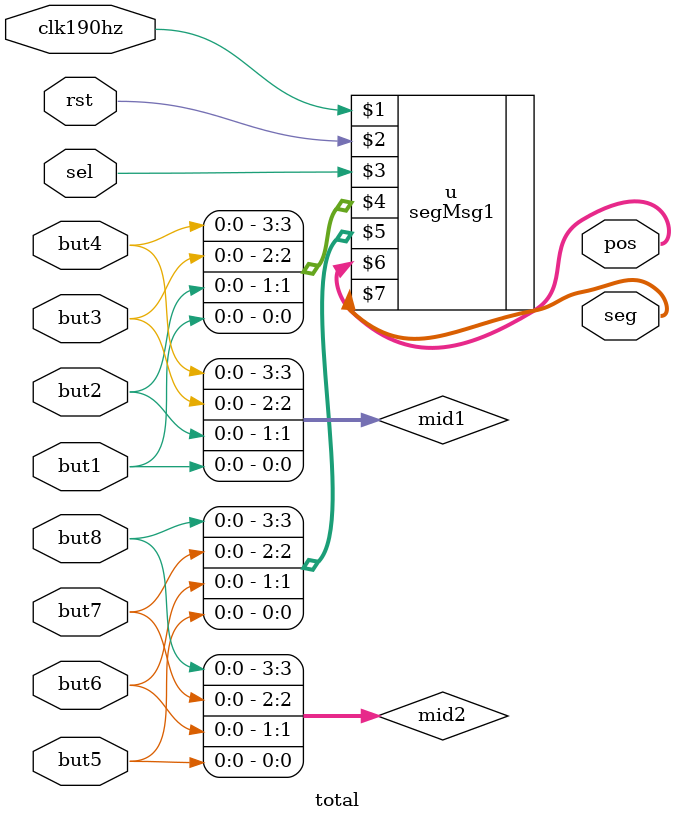
<source format=v>
`timescale 1ns / 1ps

module total(
	input clk190hz,
	input rst,
	input sel,
	input but1,
	input but2,
	input but3,
	input but4,
	input but5,
	input but6,
	input but7,
	input but8,
	output [3:0] pos,
	output [7:0] seg
);
	wire [3:0] mid1;
	wire [3:0] mid2;
	assign mid1 = {but4,but3,but2,but1};
	assign mid2 = {but8,but7,but6,but5};

	segMsg1 u(clk190hz, rst, sel, mid1, mid2, pos, seg);
endmodule

</source>
